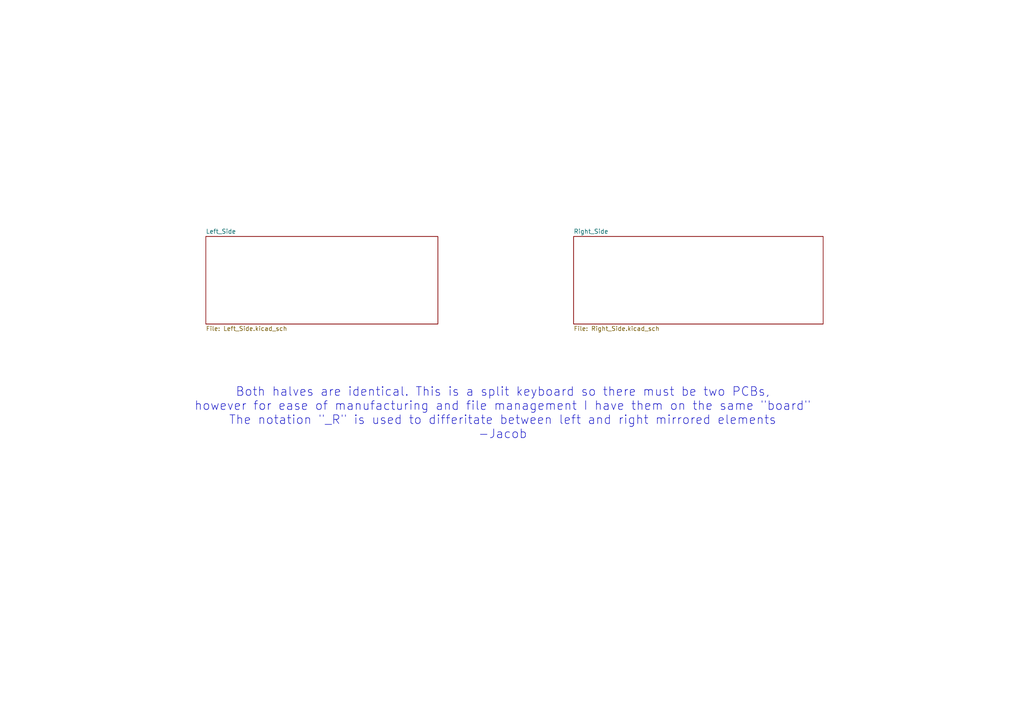
<source format=kicad_sch>
(kicad_sch
	(version 20231120)
	(generator "eeschema")
	(generator_version "8.0")
	(uuid "1dc59942-63a2-41f5-a9fb-7502b7672a2f")
	(paper "A4")
	(title_block
		(title "Project Complex")
		(rev "Imaginary")
		(company "HRZN | KQ4SPZ")
		(comment 1 "SPARC")
	)
	(lib_symbols)
	(text "Both halves are identical. This is a split keyboard so there must be two PCBs,\nhowever for ease of manufacturing and file management I have them on the same \"board\"\nThe notation \"_R\" is used to differitate between left and right mirrored elements\n-Jacob"
		(exclude_from_sim no)
		(at 145.796 119.888 0)
		(effects
			(font
				(size 2.54 2.54)
			)
		)
		(uuid "f598f521-6a95-47ae-866f-89882f3a218e")
	)
	(sheet
		(at 59.69 68.58)
		(size 67.31 25.4)
		(fields_autoplaced yes)
		(stroke
			(width 0.1524)
			(type solid)
		)
		(fill
			(color 0 0 0 0.0000)
		)
		(uuid "02cee8b0-a02f-4615-921b-eb372b3c289b")
		(property "Sheetname" "Left_Side"
			(at 59.69 67.8684 0)
			(effects
				(font
					(size 1.27 1.27)
				)
				(justify left bottom)
			)
		)
		(property "Sheetfile" "Left_Side.kicad_sch"
			(at 59.69 94.5646 0)
			(effects
				(font
					(size 1.27 1.27)
				)
				(justify left top)
			)
		)
		(instances
			(project "CustomKB2040"
				(path "/1dc59942-63a2-41f5-a9fb-7502b7672a2f"
					(page "2")
				)
			)
		)
	)
	(sheet
		(at 166.37 68.58)
		(size 72.39 25.4)
		(fields_autoplaced yes)
		(stroke
			(width 0.1524)
			(type solid)
		)
		(fill
			(color 0 0 0 0.0000)
		)
		(uuid "509c21e9-3c87-4ca7-a30c-cd35896bf815")
		(property "Sheetname" "Right_Side"
			(at 166.37 67.8684 0)
			(effects
				(font
					(size 1.27 1.27)
				)
				(justify left bottom)
			)
		)
		(property "Sheetfile" "Right_Side.kicad_sch"
			(at 166.37 94.5646 0)
			(effects
				(font
					(size 1.27 1.27)
				)
				(justify left top)
			)
		)
		(instances
			(project "CustomKB2040"
				(path "/1dc59942-63a2-41f5-a9fb-7502b7672a2f"
					(page "3")
				)
			)
		)
	)
	(sheet_instances
		(path "/"
			(page "1")
		)
	)
)

</source>
